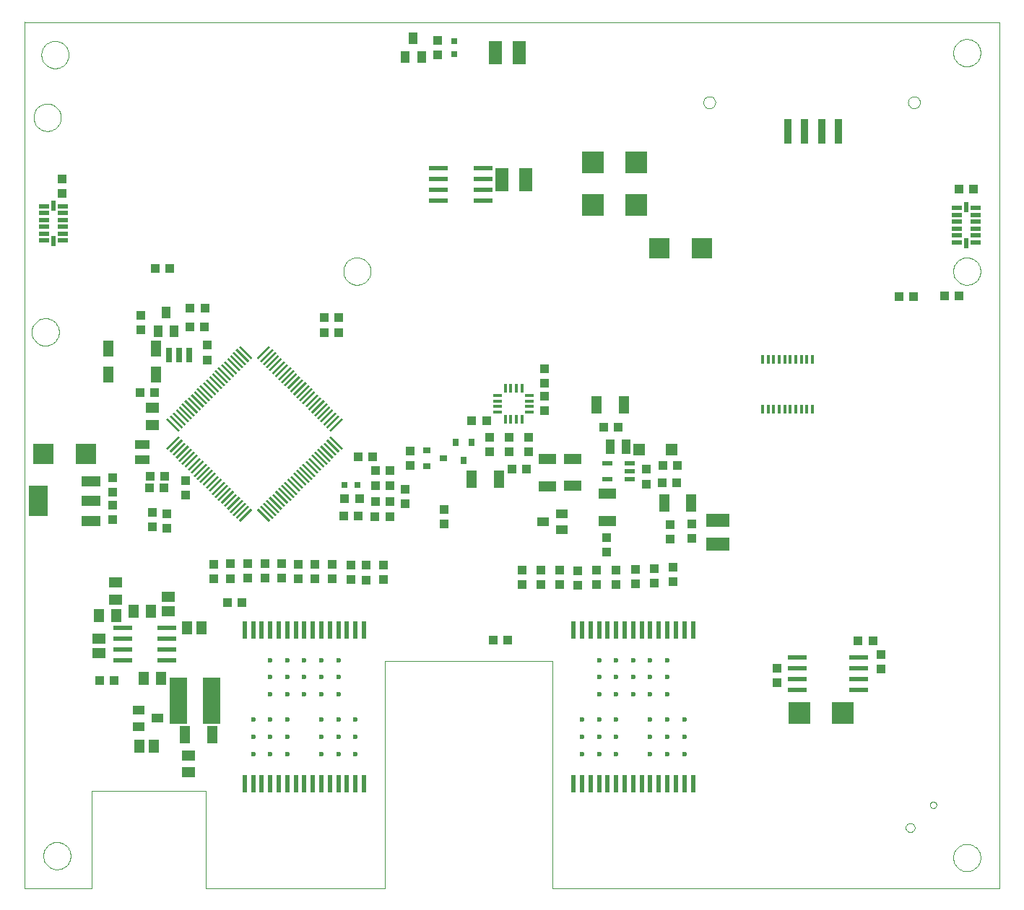
<source format=gbp>
G75*
G70*
%OFA0B0*%
%FSLAX24Y24*%
%IPPOS*%
%LPD*%
%AMOC8*
5,1,8,0,0,1.08239X$1,22.5*
%
%ADD10C,0.0008*%
%ADD11C,0.0000*%
%ADD12R,0.0866X0.0236*%
%ADD13R,0.0512X0.0630*%
%ADD14R,0.0630X0.0512*%
%ADD15R,0.0591X0.0512*%
%ADD16R,0.0512X0.0591*%
%ADD17R,0.0846X0.2165*%
%ADD18R,0.0551X0.0394*%
%ADD19C,0.0236*%
%ADD20R,0.0200X0.0787*%
%ADD21R,0.0197X0.0787*%
%ADD22R,0.0394X0.0433*%
%ADD23R,0.0354X0.1181*%
%ADD24R,0.0630X0.1063*%
%ADD25R,0.0433X0.0394*%
%ADD26R,0.0098X0.0787*%
%ADD27R,0.0787X0.0098*%
%ADD28R,0.0701X0.0402*%
%ADD29R,0.0945X0.0945*%
%ADD30R,0.1063X0.0630*%
%ADD31R,0.0394X0.0551*%
%ADD32R,0.0500X0.0740*%
%ADD33R,0.0315X0.0315*%
%ADD34R,0.0472X0.0217*%
%ADD35R,0.0787X0.0472*%
%ADD36R,0.0551X0.0551*%
%ADD37R,0.0402X0.0701*%
%ADD38R,0.0394X0.0157*%
%ADD39R,0.0157X0.0394*%
%ADD40R,0.0880X0.0480*%
%ADD41R,0.0866X0.1417*%
%ADD42R,0.0472X0.0787*%
%ADD43R,0.0354X0.0315*%
%ADD44R,0.0315X0.0354*%
%ADD45R,0.0276X0.0669*%
%ADD46R,0.0472X0.0197*%
%ADD47R,0.0197X0.0472*%
%ADD48R,0.1004X0.0984*%
%ADD49R,0.0120X0.0390*%
D10*
X000180Y000805D02*
X000180Y040805D01*
X029550Y040805D01*
X045180Y040805D01*
X045180Y040305D01*
X045172Y040675D02*
X045172Y000805D01*
X031912Y000805D01*
X031834Y000805D01*
X031519Y000805D01*
X024566Y000805D01*
X024566Y011305D01*
X016803Y011305D01*
X016803Y000805D01*
X009786Y000805D01*
X009708Y000805D01*
X008546Y000805D01*
X008546Y005305D01*
X003269Y005305D01*
X003269Y000805D01*
X000180Y000805D01*
X000180Y040805D02*
X000180Y040833D01*
D11*
X000962Y039305D02*
X000964Y039355D01*
X000970Y039405D01*
X000980Y039454D01*
X000994Y039502D01*
X001011Y039549D01*
X001032Y039594D01*
X001057Y039638D01*
X001085Y039679D01*
X001117Y039718D01*
X001151Y039755D01*
X001188Y039789D01*
X001228Y039819D01*
X001270Y039846D01*
X001314Y039870D01*
X001360Y039891D01*
X001407Y039907D01*
X001455Y039920D01*
X001505Y039929D01*
X001554Y039934D01*
X001605Y039935D01*
X001655Y039932D01*
X001704Y039925D01*
X001753Y039914D01*
X001801Y039899D01*
X001847Y039881D01*
X001892Y039859D01*
X001935Y039833D01*
X001976Y039804D01*
X002015Y039772D01*
X002051Y039737D01*
X002083Y039699D01*
X002113Y039659D01*
X002140Y039616D01*
X002163Y039572D01*
X002182Y039526D01*
X002198Y039478D01*
X002210Y039429D01*
X002218Y039380D01*
X002222Y039330D01*
X002222Y039280D01*
X002218Y039230D01*
X002210Y039181D01*
X002198Y039132D01*
X002182Y039084D01*
X002163Y039038D01*
X002140Y038994D01*
X002113Y038951D01*
X002083Y038911D01*
X002051Y038873D01*
X002015Y038838D01*
X001976Y038806D01*
X001935Y038777D01*
X001892Y038751D01*
X001847Y038729D01*
X001801Y038711D01*
X001753Y038696D01*
X001704Y038685D01*
X001655Y038678D01*
X001605Y038675D01*
X001554Y038676D01*
X001505Y038681D01*
X001455Y038690D01*
X001407Y038703D01*
X001360Y038719D01*
X001314Y038740D01*
X001270Y038764D01*
X001228Y038791D01*
X001188Y038821D01*
X001151Y038855D01*
X001117Y038892D01*
X001085Y038931D01*
X001057Y038972D01*
X001032Y039016D01*
X001011Y039061D01*
X000994Y039108D01*
X000980Y039156D01*
X000970Y039205D01*
X000964Y039255D01*
X000962Y039305D01*
X000602Y036410D02*
X000604Y036460D01*
X000610Y036510D01*
X000620Y036559D01*
X000634Y036607D01*
X000651Y036654D01*
X000672Y036699D01*
X000697Y036743D01*
X000725Y036784D01*
X000757Y036823D01*
X000791Y036860D01*
X000828Y036894D01*
X000868Y036924D01*
X000910Y036951D01*
X000954Y036975D01*
X001000Y036996D01*
X001047Y037012D01*
X001095Y037025D01*
X001145Y037034D01*
X001194Y037039D01*
X001245Y037040D01*
X001295Y037037D01*
X001344Y037030D01*
X001393Y037019D01*
X001441Y037004D01*
X001487Y036986D01*
X001532Y036964D01*
X001575Y036938D01*
X001616Y036909D01*
X001655Y036877D01*
X001691Y036842D01*
X001723Y036804D01*
X001753Y036764D01*
X001780Y036721D01*
X001803Y036677D01*
X001822Y036631D01*
X001838Y036583D01*
X001850Y036534D01*
X001858Y036485D01*
X001862Y036435D01*
X001862Y036385D01*
X001858Y036335D01*
X001850Y036286D01*
X001838Y036237D01*
X001822Y036189D01*
X001803Y036143D01*
X001780Y036099D01*
X001753Y036056D01*
X001723Y036016D01*
X001691Y035978D01*
X001655Y035943D01*
X001616Y035911D01*
X001575Y035882D01*
X001532Y035856D01*
X001487Y035834D01*
X001441Y035816D01*
X001393Y035801D01*
X001344Y035790D01*
X001295Y035783D01*
X001245Y035780D01*
X001194Y035781D01*
X001145Y035786D01*
X001095Y035795D01*
X001047Y035808D01*
X001000Y035824D01*
X000954Y035845D01*
X000910Y035869D01*
X000868Y035896D01*
X000828Y035926D01*
X000791Y035960D01*
X000757Y035997D01*
X000725Y036036D01*
X000697Y036077D01*
X000672Y036121D01*
X000651Y036166D01*
X000634Y036213D01*
X000620Y036261D01*
X000610Y036310D01*
X000604Y036360D01*
X000602Y036410D01*
X000515Y026498D02*
X000517Y026548D01*
X000523Y026598D01*
X000533Y026647D01*
X000547Y026695D01*
X000564Y026742D01*
X000585Y026787D01*
X000610Y026831D01*
X000638Y026872D01*
X000670Y026911D01*
X000704Y026948D01*
X000741Y026982D01*
X000781Y027012D01*
X000823Y027039D01*
X000867Y027063D01*
X000913Y027084D01*
X000960Y027100D01*
X001008Y027113D01*
X001058Y027122D01*
X001107Y027127D01*
X001158Y027128D01*
X001208Y027125D01*
X001257Y027118D01*
X001306Y027107D01*
X001354Y027092D01*
X001400Y027074D01*
X001445Y027052D01*
X001488Y027026D01*
X001529Y026997D01*
X001568Y026965D01*
X001604Y026930D01*
X001636Y026892D01*
X001666Y026852D01*
X001693Y026809D01*
X001716Y026765D01*
X001735Y026719D01*
X001751Y026671D01*
X001763Y026622D01*
X001771Y026573D01*
X001775Y026523D01*
X001775Y026473D01*
X001771Y026423D01*
X001763Y026374D01*
X001751Y026325D01*
X001735Y026277D01*
X001716Y026231D01*
X001693Y026187D01*
X001666Y026144D01*
X001636Y026104D01*
X001604Y026066D01*
X001568Y026031D01*
X001529Y025999D01*
X001488Y025970D01*
X001445Y025944D01*
X001400Y025922D01*
X001354Y025904D01*
X001306Y025889D01*
X001257Y025878D01*
X001208Y025871D01*
X001158Y025868D01*
X001107Y025869D01*
X001058Y025874D01*
X001008Y025883D01*
X000960Y025896D01*
X000913Y025912D01*
X000867Y025933D01*
X000823Y025957D01*
X000781Y025984D01*
X000741Y026014D01*
X000704Y026048D01*
X000670Y026085D01*
X000638Y026124D01*
X000610Y026165D01*
X000585Y026209D01*
X000564Y026254D01*
X000547Y026301D01*
X000533Y026349D01*
X000523Y026398D01*
X000517Y026448D01*
X000515Y026498D01*
X014901Y029305D02*
X014903Y029355D01*
X014909Y029405D01*
X014919Y029454D01*
X014933Y029502D01*
X014950Y029549D01*
X014971Y029594D01*
X014996Y029638D01*
X015024Y029679D01*
X015056Y029718D01*
X015090Y029755D01*
X015127Y029789D01*
X015167Y029819D01*
X015209Y029846D01*
X015253Y029870D01*
X015299Y029891D01*
X015346Y029907D01*
X015394Y029920D01*
X015444Y029929D01*
X015493Y029934D01*
X015544Y029935D01*
X015594Y029932D01*
X015643Y029925D01*
X015692Y029914D01*
X015740Y029899D01*
X015786Y029881D01*
X015831Y029859D01*
X015874Y029833D01*
X015915Y029804D01*
X015954Y029772D01*
X015990Y029737D01*
X016022Y029699D01*
X016052Y029659D01*
X016079Y029616D01*
X016102Y029572D01*
X016121Y029526D01*
X016137Y029478D01*
X016149Y029429D01*
X016157Y029380D01*
X016161Y029330D01*
X016161Y029280D01*
X016157Y029230D01*
X016149Y029181D01*
X016137Y029132D01*
X016121Y029084D01*
X016102Y029038D01*
X016079Y028994D01*
X016052Y028951D01*
X016022Y028911D01*
X015990Y028873D01*
X015954Y028838D01*
X015915Y028806D01*
X015874Y028777D01*
X015831Y028751D01*
X015786Y028729D01*
X015740Y028711D01*
X015692Y028696D01*
X015643Y028685D01*
X015594Y028678D01*
X015544Y028675D01*
X015493Y028676D01*
X015444Y028681D01*
X015394Y028690D01*
X015346Y028703D01*
X015299Y028719D01*
X015253Y028740D01*
X015209Y028764D01*
X015167Y028791D01*
X015127Y028821D01*
X015090Y028855D01*
X015056Y028892D01*
X015024Y028931D01*
X014996Y028972D01*
X014971Y029016D01*
X014950Y029061D01*
X014933Y029108D01*
X014919Y029156D01*
X014909Y029205D01*
X014903Y029255D01*
X014901Y029305D01*
X031518Y037104D02*
X031520Y037137D01*
X031526Y037169D01*
X031535Y037200D01*
X031548Y037230D01*
X031565Y037258D01*
X031585Y037284D01*
X031608Y037308D01*
X031633Y037328D01*
X031661Y037346D01*
X031690Y037360D01*
X031721Y037370D01*
X031753Y037377D01*
X031786Y037380D01*
X031819Y037379D01*
X031851Y037374D01*
X031882Y037365D01*
X031913Y037353D01*
X031941Y037337D01*
X031968Y037318D01*
X031992Y037296D01*
X032013Y037271D01*
X032032Y037244D01*
X032047Y037215D01*
X032058Y037185D01*
X032066Y037153D01*
X032070Y037120D01*
X032070Y037088D01*
X032066Y037055D01*
X032058Y037023D01*
X032047Y036993D01*
X032032Y036964D01*
X032013Y036937D01*
X031992Y036912D01*
X031968Y036890D01*
X031941Y036871D01*
X031913Y036855D01*
X031882Y036843D01*
X031851Y036834D01*
X031819Y036829D01*
X031786Y036828D01*
X031753Y036831D01*
X031721Y036838D01*
X031690Y036848D01*
X031661Y036862D01*
X031633Y036880D01*
X031608Y036900D01*
X031585Y036924D01*
X031565Y036950D01*
X031548Y036978D01*
X031535Y037008D01*
X031526Y037039D01*
X031520Y037071D01*
X031518Y037104D01*
X040967Y037104D02*
X040969Y037137D01*
X040975Y037169D01*
X040984Y037200D01*
X040997Y037230D01*
X041014Y037258D01*
X041034Y037284D01*
X041057Y037308D01*
X041082Y037328D01*
X041110Y037346D01*
X041139Y037360D01*
X041170Y037370D01*
X041202Y037377D01*
X041235Y037380D01*
X041268Y037379D01*
X041300Y037374D01*
X041331Y037365D01*
X041362Y037353D01*
X041390Y037337D01*
X041417Y037318D01*
X041441Y037296D01*
X041462Y037271D01*
X041481Y037244D01*
X041496Y037215D01*
X041507Y037185D01*
X041515Y037153D01*
X041519Y037120D01*
X041519Y037088D01*
X041515Y037055D01*
X041507Y037023D01*
X041496Y036993D01*
X041481Y036964D01*
X041462Y036937D01*
X041441Y036912D01*
X041417Y036890D01*
X041390Y036871D01*
X041362Y036855D01*
X041331Y036843D01*
X041300Y036834D01*
X041268Y036829D01*
X041235Y036828D01*
X041202Y036831D01*
X041170Y036838D01*
X041139Y036848D01*
X041110Y036862D01*
X041082Y036880D01*
X041057Y036900D01*
X041034Y036924D01*
X041014Y036950D01*
X040997Y036978D01*
X040984Y037008D01*
X040975Y037039D01*
X040969Y037071D01*
X040967Y037104D01*
X043050Y039393D02*
X043052Y039443D01*
X043058Y039493D01*
X043068Y039542D01*
X043082Y039590D01*
X043099Y039637D01*
X043120Y039682D01*
X043145Y039726D01*
X043173Y039767D01*
X043205Y039806D01*
X043239Y039843D01*
X043276Y039877D01*
X043316Y039907D01*
X043358Y039934D01*
X043402Y039958D01*
X043448Y039979D01*
X043495Y039995D01*
X043543Y040008D01*
X043593Y040017D01*
X043642Y040022D01*
X043693Y040023D01*
X043743Y040020D01*
X043792Y040013D01*
X043841Y040002D01*
X043889Y039987D01*
X043935Y039969D01*
X043980Y039947D01*
X044023Y039921D01*
X044064Y039892D01*
X044103Y039860D01*
X044139Y039825D01*
X044171Y039787D01*
X044201Y039747D01*
X044228Y039704D01*
X044251Y039660D01*
X044270Y039614D01*
X044286Y039566D01*
X044298Y039517D01*
X044306Y039468D01*
X044310Y039418D01*
X044310Y039368D01*
X044306Y039318D01*
X044298Y039269D01*
X044286Y039220D01*
X044270Y039172D01*
X044251Y039126D01*
X044228Y039082D01*
X044201Y039039D01*
X044171Y038999D01*
X044139Y038961D01*
X044103Y038926D01*
X044064Y038894D01*
X044023Y038865D01*
X043980Y038839D01*
X043935Y038817D01*
X043889Y038799D01*
X043841Y038784D01*
X043792Y038773D01*
X043743Y038766D01*
X043693Y038763D01*
X043642Y038764D01*
X043593Y038769D01*
X043543Y038778D01*
X043495Y038791D01*
X043448Y038807D01*
X043402Y038828D01*
X043358Y038852D01*
X043316Y038879D01*
X043276Y038909D01*
X043239Y038943D01*
X043205Y038980D01*
X043173Y039019D01*
X043145Y039060D01*
X043120Y039104D01*
X043099Y039149D01*
X043082Y039196D01*
X043068Y039244D01*
X043058Y039293D01*
X043052Y039343D01*
X043050Y039393D01*
X043050Y029305D02*
X043052Y029355D01*
X043058Y029405D01*
X043068Y029454D01*
X043082Y029502D01*
X043099Y029549D01*
X043120Y029594D01*
X043145Y029638D01*
X043173Y029679D01*
X043205Y029718D01*
X043239Y029755D01*
X043276Y029789D01*
X043316Y029819D01*
X043358Y029846D01*
X043402Y029870D01*
X043448Y029891D01*
X043495Y029907D01*
X043543Y029920D01*
X043593Y029929D01*
X043642Y029934D01*
X043693Y029935D01*
X043743Y029932D01*
X043792Y029925D01*
X043841Y029914D01*
X043889Y029899D01*
X043935Y029881D01*
X043980Y029859D01*
X044023Y029833D01*
X044064Y029804D01*
X044103Y029772D01*
X044139Y029737D01*
X044171Y029699D01*
X044201Y029659D01*
X044228Y029616D01*
X044251Y029572D01*
X044270Y029526D01*
X044286Y029478D01*
X044298Y029429D01*
X044306Y029380D01*
X044310Y029330D01*
X044310Y029280D01*
X044306Y029230D01*
X044298Y029181D01*
X044286Y029132D01*
X044270Y029084D01*
X044251Y029038D01*
X044228Y028994D01*
X044201Y028951D01*
X044171Y028911D01*
X044139Y028873D01*
X044103Y028838D01*
X044064Y028806D01*
X044023Y028777D01*
X043980Y028751D01*
X043935Y028729D01*
X043889Y028711D01*
X043841Y028696D01*
X043792Y028685D01*
X043743Y028678D01*
X043693Y028675D01*
X043642Y028676D01*
X043593Y028681D01*
X043543Y028690D01*
X043495Y028703D01*
X043448Y028719D01*
X043402Y028740D01*
X043358Y028764D01*
X043316Y028791D01*
X043276Y028821D01*
X043239Y028855D01*
X043205Y028892D01*
X043173Y028931D01*
X043145Y028972D01*
X043120Y029016D01*
X043099Y029061D01*
X043082Y029108D01*
X043068Y029156D01*
X043058Y029205D01*
X043052Y029255D01*
X043050Y029305D01*
X041977Y004654D02*
X041979Y004678D01*
X041985Y004701D01*
X041994Y004723D01*
X042007Y004743D01*
X042022Y004761D01*
X042041Y004776D01*
X042062Y004788D01*
X042084Y004796D01*
X042107Y004801D01*
X042131Y004802D01*
X042155Y004799D01*
X042177Y004792D01*
X042199Y004782D01*
X042219Y004769D01*
X042236Y004752D01*
X042250Y004733D01*
X042261Y004712D01*
X042269Y004689D01*
X042273Y004666D01*
X042273Y004642D01*
X042269Y004619D01*
X042261Y004596D01*
X042250Y004575D01*
X042236Y004556D01*
X042219Y004539D01*
X042199Y004526D01*
X042177Y004516D01*
X042155Y004509D01*
X042131Y004506D01*
X042107Y004507D01*
X042084Y004512D01*
X042062Y004520D01*
X042041Y004532D01*
X042022Y004547D01*
X042007Y004565D01*
X041994Y004585D01*
X041985Y004607D01*
X041979Y004630D01*
X041977Y004654D01*
X040858Y003602D02*
X040860Y003630D01*
X040866Y003658D01*
X040875Y003684D01*
X040888Y003710D01*
X040904Y003733D01*
X040924Y003753D01*
X040946Y003771D01*
X040970Y003786D01*
X040996Y003797D01*
X041023Y003805D01*
X041051Y003809D01*
X041079Y003809D01*
X041107Y003805D01*
X041134Y003797D01*
X041160Y003786D01*
X041184Y003771D01*
X041206Y003753D01*
X041226Y003733D01*
X041242Y003710D01*
X041255Y003684D01*
X041264Y003658D01*
X041270Y003630D01*
X041272Y003602D01*
X041270Y003574D01*
X041264Y003546D01*
X041255Y003520D01*
X041242Y003494D01*
X041226Y003471D01*
X041206Y003451D01*
X041184Y003433D01*
X041160Y003418D01*
X041134Y003407D01*
X041107Y003399D01*
X041079Y003395D01*
X041051Y003395D01*
X041023Y003399D01*
X040996Y003407D01*
X040970Y003418D01*
X040946Y003433D01*
X040924Y003451D01*
X040904Y003471D01*
X040888Y003494D01*
X040875Y003520D01*
X040866Y003546D01*
X040860Y003574D01*
X040858Y003602D01*
X043050Y002217D02*
X043052Y002267D01*
X043058Y002317D01*
X043068Y002366D01*
X043082Y002414D01*
X043099Y002461D01*
X043120Y002506D01*
X043145Y002550D01*
X043173Y002591D01*
X043205Y002630D01*
X043239Y002667D01*
X043276Y002701D01*
X043316Y002731D01*
X043358Y002758D01*
X043402Y002782D01*
X043448Y002803D01*
X043495Y002819D01*
X043543Y002832D01*
X043593Y002841D01*
X043642Y002846D01*
X043693Y002847D01*
X043743Y002844D01*
X043792Y002837D01*
X043841Y002826D01*
X043889Y002811D01*
X043935Y002793D01*
X043980Y002771D01*
X044023Y002745D01*
X044064Y002716D01*
X044103Y002684D01*
X044139Y002649D01*
X044171Y002611D01*
X044201Y002571D01*
X044228Y002528D01*
X044251Y002484D01*
X044270Y002438D01*
X044286Y002390D01*
X044298Y002341D01*
X044306Y002292D01*
X044310Y002242D01*
X044310Y002192D01*
X044306Y002142D01*
X044298Y002093D01*
X044286Y002044D01*
X044270Y001996D01*
X044251Y001950D01*
X044228Y001906D01*
X044201Y001863D01*
X044171Y001823D01*
X044139Y001785D01*
X044103Y001750D01*
X044064Y001718D01*
X044023Y001689D01*
X043980Y001663D01*
X043935Y001641D01*
X043889Y001623D01*
X043841Y001608D01*
X043792Y001597D01*
X043743Y001590D01*
X043693Y001587D01*
X043642Y001588D01*
X043593Y001593D01*
X043543Y001602D01*
X043495Y001615D01*
X043448Y001631D01*
X043402Y001652D01*
X043358Y001676D01*
X043316Y001703D01*
X043276Y001733D01*
X043239Y001767D01*
X043205Y001804D01*
X043173Y001843D01*
X043145Y001884D01*
X043120Y001928D01*
X043099Y001973D01*
X043082Y002020D01*
X043068Y002068D01*
X043058Y002117D01*
X043052Y002167D01*
X043050Y002217D01*
X001050Y002305D02*
X001052Y002355D01*
X001058Y002405D01*
X001068Y002454D01*
X001082Y002502D01*
X001099Y002549D01*
X001120Y002594D01*
X001145Y002638D01*
X001173Y002679D01*
X001205Y002718D01*
X001239Y002755D01*
X001276Y002789D01*
X001316Y002819D01*
X001358Y002846D01*
X001402Y002870D01*
X001448Y002891D01*
X001495Y002907D01*
X001543Y002920D01*
X001593Y002929D01*
X001642Y002934D01*
X001693Y002935D01*
X001743Y002932D01*
X001792Y002925D01*
X001841Y002914D01*
X001889Y002899D01*
X001935Y002881D01*
X001980Y002859D01*
X002023Y002833D01*
X002064Y002804D01*
X002103Y002772D01*
X002139Y002737D01*
X002171Y002699D01*
X002201Y002659D01*
X002228Y002616D01*
X002251Y002572D01*
X002270Y002526D01*
X002286Y002478D01*
X002298Y002429D01*
X002306Y002380D01*
X002310Y002330D01*
X002310Y002280D01*
X002306Y002230D01*
X002298Y002181D01*
X002286Y002132D01*
X002270Y002084D01*
X002251Y002038D01*
X002228Y001994D01*
X002201Y001951D01*
X002171Y001911D01*
X002139Y001873D01*
X002103Y001838D01*
X002064Y001806D01*
X002023Y001777D01*
X001980Y001751D01*
X001935Y001729D01*
X001889Y001711D01*
X001841Y001696D01*
X001792Y001685D01*
X001743Y001678D01*
X001693Y001675D01*
X001642Y001676D01*
X001593Y001681D01*
X001543Y001690D01*
X001495Y001703D01*
X001448Y001719D01*
X001402Y001740D01*
X001358Y001764D01*
X001316Y001791D01*
X001276Y001821D01*
X001239Y001855D01*
X001205Y001892D01*
X001173Y001931D01*
X001145Y001972D01*
X001120Y002016D01*
X001099Y002061D01*
X001082Y002108D01*
X001068Y002156D01*
X001058Y002205D01*
X001052Y002255D01*
X001050Y002305D01*
D12*
X004711Y011342D03*
X004711Y011842D03*
X004711Y012342D03*
X004711Y012842D03*
X006759Y012842D03*
X006759Y012342D03*
X006759Y011842D03*
X006759Y011342D03*
X019290Y032579D03*
X019290Y033079D03*
X019290Y033579D03*
X019290Y034079D03*
X021337Y034079D03*
X021337Y033579D03*
X021337Y033079D03*
X021337Y032579D03*
X035849Y011476D03*
X035849Y010976D03*
X035849Y010476D03*
X035849Y009976D03*
X038674Y009976D03*
X038674Y010476D03*
X038674Y010976D03*
X038674Y011476D03*
D13*
X006473Y010514D03*
X005686Y010514D03*
X004406Y013414D03*
X003618Y013414D03*
X005232Y013612D03*
X006020Y013612D03*
D14*
X004400Y014139D03*
X004400Y014927D03*
X006070Y022205D03*
X006070Y022992D03*
D15*
X006821Y014281D03*
X006821Y013611D03*
X003614Y012347D03*
X003614Y011678D03*
X007739Y006927D03*
X007739Y006179D03*
D16*
X006149Y007352D03*
X005479Y007352D03*
X007695Y012848D03*
X008364Y012848D03*
D17*
X008802Y009474D03*
X007290Y009474D03*
D18*
X006309Y008654D03*
X005443Y008280D03*
X005443Y009028D03*
X024104Y017738D03*
X024970Y017364D03*
X024970Y018112D03*
D19*
X026705Y011341D03*
X026705Y010554D03*
X027492Y010554D03*
X027492Y011341D03*
X028279Y011341D03*
X028279Y010554D03*
X028279Y009766D03*
X027492Y009766D03*
X026705Y009766D03*
X026705Y008585D03*
X027492Y008585D03*
X027492Y007798D03*
X027492Y007011D03*
X026705Y007011D03*
X026705Y007798D03*
X025917Y007798D03*
X025917Y007011D03*
X025917Y008585D03*
X029067Y008585D03*
X029067Y007798D03*
X029067Y007011D03*
X029854Y007011D03*
X029854Y007798D03*
X030642Y007798D03*
X030642Y007011D03*
X030642Y008585D03*
X029854Y008585D03*
X029854Y009766D03*
X029067Y009766D03*
X029067Y010554D03*
X029067Y011341D03*
X029854Y011341D03*
X029854Y010554D03*
X015459Y008590D03*
X014672Y008590D03*
X013884Y008590D03*
X013884Y007802D03*
X013884Y007015D03*
X014672Y007015D03*
X014672Y007802D03*
X015459Y007802D03*
X015459Y007015D03*
X014672Y009771D03*
X014672Y010558D03*
X014672Y011346D03*
X013884Y011346D03*
X013097Y011346D03*
X013097Y010558D03*
X013884Y010558D03*
X013884Y009771D03*
X013097Y009771D03*
X012310Y009771D03*
X012310Y010558D03*
X012310Y011346D03*
X011522Y011346D03*
X011522Y010558D03*
X011522Y009771D03*
X011522Y008590D03*
X010735Y008590D03*
X010735Y007802D03*
X011522Y007802D03*
X011522Y007015D03*
X010735Y007015D03*
X012310Y007015D03*
X012310Y007802D03*
X012310Y008590D03*
D20*
X012703Y005637D03*
X011916Y005637D03*
X011522Y005637D03*
X011128Y005637D03*
X010735Y005637D03*
X013491Y005637D03*
X014278Y005637D03*
X014672Y005637D03*
X015065Y005637D03*
X015459Y005637D03*
X015459Y012723D03*
X014672Y012723D03*
X014278Y012723D03*
X013884Y012723D03*
X013491Y012723D03*
X013097Y012723D03*
X012703Y012723D03*
X012310Y012723D03*
X011916Y012723D03*
X011522Y012723D03*
X010735Y012723D03*
X025917Y012719D03*
X026705Y012719D03*
X027098Y012719D03*
X027492Y012719D03*
X027886Y012719D03*
X028279Y012719D03*
X028673Y012719D03*
X029067Y012719D03*
X029461Y012719D03*
X029854Y012719D03*
X030642Y012719D03*
X030642Y005633D03*
X030248Y005633D03*
X029854Y005633D03*
X029461Y005633D03*
X028673Y005633D03*
X027886Y005633D03*
X027098Y005633D03*
X026705Y005633D03*
X026311Y005633D03*
X025917Y005633D03*
D21*
X025524Y005635D03*
X027492Y005635D03*
X028279Y005635D03*
X029067Y005635D03*
X031035Y005635D03*
X031035Y012717D03*
X030248Y012717D03*
X026311Y012717D03*
X025524Y012717D03*
X015853Y012721D03*
X015065Y012721D03*
X011128Y012721D03*
X010341Y012721D03*
X010341Y005639D03*
X012310Y005639D03*
X013097Y005639D03*
X013884Y005639D03*
X015853Y005639D03*
D22*
X010205Y013987D03*
X009536Y013987D03*
X009694Y015116D03*
X008911Y015113D03*
X008911Y015782D03*
X009694Y015785D03*
X010481Y015788D03*
X010481Y015119D03*
X011276Y015118D03*
X012064Y015123D03*
X012064Y015792D03*
X011276Y015787D03*
X012817Y015783D03*
X012817Y015114D03*
X013595Y015098D03*
X014392Y015098D03*
X014392Y015768D03*
X013595Y015767D03*
X015252Y015741D03*
X015252Y015072D03*
X015938Y015048D03*
X015938Y015717D03*
X016755Y015729D03*
X016755Y015059D03*
X019541Y017643D03*
X019541Y018312D03*
X017738Y018571D03*
X017738Y019241D03*
X017987Y020326D03*
X017987Y020996D03*
X021645Y020969D03*
X021645Y021638D03*
X022563Y021626D03*
X022563Y020957D03*
X023435Y020963D03*
X023435Y021633D03*
X024199Y022877D03*
X024199Y023546D03*
X024191Y024139D03*
X024191Y024809D03*
X028876Y020150D03*
X028876Y019481D03*
X029975Y017606D03*
X029975Y016936D03*
X030981Y016952D03*
X030981Y017621D03*
X030129Y015623D03*
X030129Y014954D03*
X029249Y014905D03*
X029249Y015575D03*
X028375Y015538D03*
X028375Y014869D03*
X027487Y014829D03*
X027487Y015499D03*
X026588Y015488D03*
X026588Y014819D03*
X025733Y014796D03*
X025733Y015465D03*
X024874Y015488D03*
X024874Y014818D03*
X024018Y014833D03*
X024018Y015503D03*
X023164Y015500D03*
X023164Y014831D03*
X027042Y016317D03*
X027042Y016987D03*
X034904Y010982D03*
X034904Y010313D03*
X039708Y010943D03*
X039708Y011612D03*
X040554Y028128D03*
X041223Y028128D03*
X042661Y028151D03*
X043330Y028151D03*
X019235Y039289D03*
X019235Y039959D03*
X006873Y029446D03*
X006204Y029446D03*
X001912Y032911D03*
X001912Y033581D03*
X005518Y023711D03*
X006188Y023711D03*
X004242Y019780D03*
X004242Y019111D03*
X004257Y018489D03*
X004257Y017820D03*
X006088Y017496D03*
X006088Y018165D03*
X007622Y018976D03*
X007622Y019645D03*
X014019Y026474D03*
X014688Y026474D03*
X014688Y027183D03*
X014019Y027183D03*
D23*
X035402Y035770D03*
X036190Y035770D03*
X036977Y035770D03*
X037765Y035770D03*
D24*
X023333Y033534D03*
X022230Y033534D03*
X021912Y039388D03*
X023015Y039388D03*
D25*
X008502Y027599D03*
X007833Y027599D03*
X007822Y026738D03*
X008491Y026738D03*
X008603Y025886D03*
X008603Y025216D03*
X005558Y026612D03*
X005558Y027281D03*
X005995Y019840D03*
X005963Y019308D03*
X006632Y019308D03*
X006664Y019840D03*
X006734Y018102D03*
X006734Y017433D03*
X004324Y010409D03*
X003655Y010409D03*
X014929Y017987D03*
X015598Y017987D03*
X015635Y018799D03*
X014966Y018799D03*
X016381Y018679D03*
X017050Y018679D03*
X017036Y017961D03*
X016367Y017961D03*
X016381Y019388D03*
X017050Y019388D03*
X017059Y020106D03*
X016390Y020106D03*
X016263Y020726D03*
X015593Y020726D03*
X020831Y022390D03*
X021501Y022390D03*
X022676Y020174D03*
X023345Y020174D03*
X026917Y022095D03*
X027586Y022095D03*
X029646Y020326D03*
X030315Y020326D03*
X030297Y019538D03*
X029628Y019538D03*
X022487Y012282D03*
X021818Y012282D03*
X038664Y012222D03*
X039334Y012222D03*
X043310Y033089D03*
X043979Y033089D03*
D26*
G36*
X014872Y021136D02*
X014803Y021067D01*
X014248Y021622D01*
X014317Y021691D01*
X014872Y021136D01*
G37*
G36*
X014732Y020996D02*
X014663Y020927D01*
X014108Y021482D01*
X014177Y021551D01*
X014732Y020996D01*
G37*
G36*
X014593Y020857D02*
X014524Y020788D01*
X013969Y021343D01*
X014038Y021412D01*
X014593Y020857D01*
G37*
G36*
X014454Y020718D02*
X014385Y020649D01*
X013830Y021204D01*
X013899Y021273D01*
X014454Y020718D01*
G37*
G36*
X014315Y020579D02*
X014246Y020510D01*
X013691Y021065D01*
X013760Y021134D01*
X014315Y020579D01*
G37*
G36*
X014176Y020440D02*
X014107Y020371D01*
X013552Y020926D01*
X013621Y020995D01*
X014176Y020440D01*
G37*
G36*
X014036Y020301D02*
X013967Y020232D01*
X013412Y020787D01*
X013481Y020856D01*
X014036Y020301D01*
G37*
G36*
X013897Y020161D02*
X013828Y020092D01*
X013273Y020647D01*
X013342Y020716D01*
X013897Y020161D01*
G37*
G36*
X013758Y020022D02*
X013689Y019953D01*
X013134Y020508D01*
X013203Y020577D01*
X013758Y020022D01*
G37*
G36*
X013619Y019883D02*
X013550Y019814D01*
X012995Y020369D01*
X013064Y020438D01*
X013619Y019883D01*
G37*
G36*
X013480Y019744D02*
X013411Y019675D01*
X012856Y020230D01*
X012925Y020299D01*
X013480Y019744D01*
G37*
G36*
X013340Y019605D02*
X013271Y019536D01*
X012716Y020091D01*
X012785Y020160D01*
X013340Y019605D01*
G37*
G36*
X013201Y019465D02*
X013132Y019396D01*
X012577Y019951D01*
X012646Y020020D01*
X013201Y019465D01*
G37*
G36*
X013062Y019326D02*
X012993Y019257D01*
X012438Y019812D01*
X012507Y019881D01*
X013062Y019326D01*
G37*
G36*
X012923Y019187D02*
X012854Y019118D01*
X012299Y019673D01*
X012368Y019742D01*
X012923Y019187D01*
G37*
G36*
X012784Y019048D02*
X012715Y018979D01*
X012160Y019534D01*
X012229Y019603D01*
X012784Y019048D01*
G37*
G36*
X012644Y018909D02*
X012575Y018840D01*
X012020Y019395D01*
X012089Y019464D01*
X012644Y018909D01*
G37*
G36*
X012505Y018769D02*
X012436Y018700D01*
X011881Y019255D01*
X011950Y019324D01*
X012505Y018769D01*
G37*
G36*
X012366Y018630D02*
X012297Y018561D01*
X011742Y019116D01*
X011811Y019185D01*
X012366Y018630D01*
G37*
G36*
X012227Y018491D02*
X012158Y018422D01*
X011603Y018977D01*
X011672Y019046D01*
X012227Y018491D01*
G37*
G36*
X012088Y018352D02*
X012019Y018283D01*
X011464Y018838D01*
X011533Y018907D01*
X012088Y018352D01*
G37*
G36*
X011948Y018213D02*
X011879Y018144D01*
X011324Y018699D01*
X011393Y018768D01*
X011948Y018213D01*
G37*
G36*
X011809Y018073D02*
X011740Y018004D01*
X011185Y018559D01*
X011254Y018628D01*
X011809Y018073D01*
G37*
G36*
X011670Y017934D02*
X011601Y017865D01*
X011046Y018420D01*
X011115Y018489D01*
X011670Y017934D01*
G37*
G36*
X011531Y017795D02*
X011462Y017726D01*
X010907Y018281D01*
X010976Y018350D01*
X011531Y017795D01*
G37*
G36*
X007355Y021971D02*
X007286Y021902D01*
X006731Y022457D01*
X006800Y022526D01*
X007355Y021971D01*
G37*
G36*
X007494Y022110D02*
X007425Y022041D01*
X006870Y022596D01*
X006939Y022665D01*
X007494Y022110D01*
G37*
G36*
X007633Y022249D02*
X007564Y022180D01*
X007009Y022735D01*
X007078Y022804D01*
X007633Y022249D01*
G37*
G36*
X007773Y022388D02*
X007704Y022319D01*
X007149Y022874D01*
X007218Y022943D01*
X007773Y022388D01*
G37*
G36*
X007912Y022528D02*
X007843Y022459D01*
X007288Y023014D01*
X007357Y023083D01*
X007912Y022528D01*
G37*
G36*
X008051Y022667D02*
X007982Y022598D01*
X007427Y023153D01*
X007496Y023222D01*
X008051Y022667D01*
G37*
G36*
X008190Y022806D02*
X008121Y022737D01*
X007566Y023292D01*
X007635Y023361D01*
X008190Y022806D01*
G37*
G36*
X008329Y022945D02*
X008260Y022876D01*
X007705Y023431D01*
X007774Y023500D01*
X008329Y022945D01*
G37*
G36*
X008469Y023084D02*
X008400Y023015D01*
X007845Y023570D01*
X007914Y023639D01*
X008469Y023084D01*
G37*
G36*
X008608Y023224D02*
X008539Y023155D01*
X007984Y023710D01*
X008053Y023779D01*
X008608Y023224D01*
G37*
G36*
X008747Y023363D02*
X008678Y023294D01*
X008123Y023849D01*
X008192Y023918D01*
X008747Y023363D01*
G37*
G36*
X008886Y023502D02*
X008817Y023433D01*
X008262Y023988D01*
X008331Y024057D01*
X008886Y023502D01*
G37*
G36*
X009025Y023641D02*
X008956Y023572D01*
X008401Y024127D01*
X008470Y024196D01*
X009025Y023641D01*
G37*
G36*
X009165Y023780D02*
X009096Y023711D01*
X008541Y024266D01*
X008610Y024335D01*
X009165Y023780D01*
G37*
G36*
X009304Y023920D02*
X009235Y023851D01*
X008680Y024406D01*
X008749Y024475D01*
X009304Y023920D01*
G37*
G36*
X009443Y024059D02*
X009374Y023990D01*
X008819Y024545D01*
X008888Y024614D01*
X009443Y024059D01*
G37*
G36*
X009582Y024198D02*
X009513Y024129D01*
X008958Y024684D01*
X009027Y024753D01*
X009582Y024198D01*
G37*
G36*
X009721Y024337D02*
X009652Y024268D01*
X009097Y024823D01*
X009166Y024892D01*
X009721Y024337D01*
G37*
G36*
X009861Y024476D02*
X009792Y024407D01*
X009237Y024962D01*
X009306Y025031D01*
X009861Y024476D01*
G37*
G36*
X010000Y024616D02*
X009931Y024547D01*
X009376Y025102D01*
X009445Y025171D01*
X010000Y024616D01*
G37*
G36*
X010139Y024755D02*
X010070Y024686D01*
X009515Y025241D01*
X009584Y025310D01*
X010139Y024755D01*
G37*
G36*
X010278Y024894D02*
X010209Y024825D01*
X009654Y025380D01*
X009723Y025449D01*
X010278Y024894D01*
G37*
G36*
X010417Y025033D02*
X010348Y024964D01*
X009793Y025519D01*
X009862Y025588D01*
X010417Y025033D01*
G37*
G36*
X010556Y025172D02*
X010487Y025103D01*
X009932Y025658D01*
X010001Y025727D01*
X010556Y025172D01*
G37*
G36*
X010696Y025312D02*
X010627Y025243D01*
X010072Y025798D01*
X010141Y025867D01*
X010696Y025312D01*
G37*
D27*
G36*
X011531Y025798D02*
X010976Y025243D01*
X010907Y025312D01*
X011462Y025867D01*
X011531Y025798D01*
G37*
G36*
X011670Y025658D02*
X011115Y025103D01*
X011046Y025172D01*
X011601Y025727D01*
X011670Y025658D01*
G37*
G36*
X011809Y025519D02*
X011254Y024964D01*
X011185Y025033D01*
X011740Y025588D01*
X011809Y025519D01*
G37*
G36*
X011948Y025380D02*
X011393Y024825D01*
X011324Y024894D01*
X011879Y025449D01*
X011948Y025380D01*
G37*
G36*
X012088Y025241D02*
X011533Y024686D01*
X011464Y024755D01*
X012019Y025310D01*
X012088Y025241D01*
G37*
G36*
X012227Y025102D02*
X011672Y024547D01*
X011603Y024616D01*
X012158Y025171D01*
X012227Y025102D01*
G37*
G36*
X012366Y024962D02*
X011811Y024407D01*
X011742Y024476D01*
X012297Y025031D01*
X012366Y024962D01*
G37*
G36*
X012505Y024823D02*
X011950Y024268D01*
X011881Y024337D01*
X012436Y024892D01*
X012505Y024823D01*
G37*
G36*
X012644Y024684D02*
X012089Y024129D01*
X012020Y024198D01*
X012575Y024753D01*
X012644Y024684D01*
G37*
G36*
X012784Y024545D02*
X012229Y023990D01*
X012160Y024059D01*
X012715Y024614D01*
X012784Y024545D01*
G37*
G36*
X012923Y024406D02*
X012368Y023851D01*
X012299Y023920D01*
X012854Y024475D01*
X012923Y024406D01*
G37*
G36*
X013062Y024266D02*
X012507Y023711D01*
X012438Y023780D01*
X012993Y024335D01*
X013062Y024266D01*
G37*
G36*
X013201Y024127D02*
X012646Y023572D01*
X012577Y023641D01*
X013132Y024196D01*
X013201Y024127D01*
G37*
G36*
X013340Y023988D02*
X012785Y023433D01*
X012716Y023502D01*
X013271Y024057D01*
X013340Y023988D01*
G37*
G36*
X013480Y023849D02*
X012925Y023294D01*
X012856Y023363D01*
X013411Y023918D01*
X013480Y023849D01*
G37*
G36*
X013619Y023710D02*
X013064Y023155D01*
X012995Y023224D01*
X013550Y023779D01*
X013619Y023710D01*
G37*
G36*
X013758Y023570D02*
X013203Y023015D01*
X013134Y023084D01*
X013689Y023639D01*
X013758Y023570D01*
G37*
G36*
X013897Y023431D02*
X013342Y022876D01*
X013273Y022945D01*
X013828Y023500D01*
X013897Y023431D01*
G37*
G36*
X014036Y023292D02*
X013481Y022737D01*
X013412Y022806D01*
X013967Y023361D01*
X014036Y023292D01*
G37*
G36*
X014176Y023153D02*
X013621Y022598D01*
X013552Y022667D01*
X014107Y023222D01*
X014176Y023153D01*
G37*
G36*
X014315Y023014D02*
X013760Y022459D01*
X013691Y022528D01*
X014246Y023083D01*
X014315Y023014D01*
G37*
G36*
X014454Y022874D02*
X013899Y022319D01*
X013830Y022388D01*
X014385Y022943D01*
X014454Y022874D01*
G37*
G36*
X014593Y022735D02*
X014038Y022180D01*
X013969Y022249D01*
X014524Y022804D01*
X014593Y022735D01*
G37*
G36*
X014732Y022596D02*
X014177Y022041D01*
X014108Y022110D01*
X014663Y022665D01*
X014732Y022596D01*
G37*
G36*
X014872Y022457D02*
X014317Y021902D01*
X014248Y021971D01*
X014803Y022526D01*
X014872Y022457D01*
G37*
G36*
X010696Y018281D02*
X010141Y017726D01*
X010072Y017795D01*
X010627Y018350D01*
X010696Y018281D01*
G37*
G36*
X010556Y018420D02*
X010001Y017865D01*
X009932Y017934D01*
X010487Y018489D01*
X010556Y018420D01*
G37*
G36*
X010417Y018559D02*
X009862Y018004D01*
X009793Y018073D01*
X010348Y018628D01*
X010417Y018559D01*
G37*
G36*
X010278Y018699D02*
X009723Y018144D01*
X009654Y018213D01*
X010209Y018768D01*
X010278Y018699D01*
G37*
G36*
X010139Y018838D02*
X009584Y018283D01*
X009515Y018352D01*
X010070Y018907D01*
X010139Y018838D01*
G37*
G36*
X010000Y018977D02*
X009445Y018422D01*
X009376Y018491D01*
X009931Y019046D01*
X010000Y018977D01*
G37*
G36*
X009861Y019116D02*
X009306Y018561D01*
X009237Y018630D01*
X009792Y019185D01*
X009861Y019116D01*
G37*
G36*
X009721Y019255D02*
X009166Y018700D01*
X009097Y018769D01*
X009652Y019324D01*
X009721Y019255D01*
G37*
G36*
X009582Y019395D02*
X009027Y018840D01*
X008958Y018909D01*
X009513Y019464D01*
X009582Y019395D01*
G37*
G36*
X009443Y019534D02*
X008888Y018979D01*
X008819Y019048D01*
X009374Y019603D01*
X009443Y019534D01*
G37*
G36*
X009304Y019673D02*
X008749Y019118D01*
X008680Y019187D01*
X009235Y019742D01*
X009304Y019673D01*
G37*
G36*
X009165Y019812D02*
X008610Y019257D01*
X008541Y019326D01*
X009096Y019881D01*
X009165Y019812D01*
G37*
G36*
X009025Y019951D02*
X008470Y019396D01*
X008401Y019465D01*
X008956Y020020D01*
X009025Y019951D01*
G37*
G36*
X008886Y020091D02*
X008331Y019536D01*
X008262Y019605D01*
X008817Y020160D01*
X008886Y020091D01*
G37*
G36*
X008747Y020230D02*
X008192Y019675D01*
X008123Y019744D01*
X008678Y020299D01*
X008747Y020230D01*
G37*
G36*
X008608Y020369D02*
X008053Y019814D01*
X007984Y019883D01*
X008539Y020438D01*
X008608Y020369D01*
G37*
G36*
X008469Y020508D02*
X007914Y019953D01*
X007845Y020022D01*
X008400Y020577D01*
X008469Y020508D01*
G37*
G36*
X008329Y020647D02*
X007774Y020092D01*
X007705Y020161D01*
X008260Y020716D01*
X008329Y020647D01*
G37*
G36*
X008190Y020787D02*
X007635Y020232D01*
X007566Y020301D01*
X008121Y020856D01*
X008190Y020787D01*
G37*
G36*
X008051Y020926D02*
X007496Y020371D01*
X007427Y020440D01*
X007982Y020995D01*
X008051Y020926D01*
G37*
G36*
X007912Y021065D02*
X007357Y020510D01*
X007288Y020579D01*
X007843Y021134D01*
X007912Y021065D01*
G37*
G36*
X007773Y021204D02*
X007218Y020649D01*
X007149Y020718D01*
X007704Y021273D01*
X007773Y021204D01*
G37*
G36*
X007633Y021343D02*
X007078Y020788D01*
X007009Y020857D01*
X007564Y021412D01*
X007633Y021343D01*
G37*
G36*
X007494Y021482D02*
X006939Y020927D01*
X006870Y020996D01*
X007425Y021551D01*
X007494Y021482D01*
G37*
G36*
X007355Y021622D02*
X006800Y021067D01*
X006731Y021136D01*
X007286Y021691D01*
X007355Y021622D01*
G37*
D28*
X005623Y021289D03*
X005623Y020588D03*
D29*
X003012Y020867D03*
X001043Y020867D03*
X029471Y030383D03*
X031439Y030383D03*
D30*
X032172Y017810D03*
X032172Y016707D03*
D31*
X018507Y039191D03*
X017759Y039191D03*
X018133Y040057D03*
X006723Y027413D03*
X007097Y026547D03*
X006349Y026547D03*
D32*
X006254Y025736D03*
X006254Y024536D03*
X004054Y024536D03*
X004054Y025736D03*
D33*
X014963Y019439D03*
X015553Y019439D03*
X020023Y039329D03*
X020023Y039919D03*
D34*
X027095Y020438D03*
X027095Y019690D03*
X028119Y019690D03*
X028119Y020064D03*
X028119Y020438D03*
D35*
X027070Y019027D03*
X027070Y017768D03*
X025491Y019385D03*
X024307Y019374D03*
X024307Y020633D03*
X025491Y020645D03*
D36*
X028549Y021068D03*
X030046Y021068D03*
D37*
X027934Y021200D03*
X027233Y021200D03*
D38*
X023486Y022796D03*
X023486Y023052D03*
X023486Y023308D03*
X023486Y023564D03*
X022029Y023564D03*
X022029Y023308D03*
X022029Y023052D03*
X022029Y022796D03*
D39*
X022373Y022452D03*
X022629Y022452D03*
X022885Y022452D03*
X023141Y022452D03*
X023141Y023909D03*
X022885Y023909D03*
X022629Y023909D03*
X022373Y023909D03*
D40*
X003263Y019596D03*
X003263Y018686D03*
X003263Y017776D03*
D41*
X000822Y018686D03*
D42*
X007582Y007892D03*
X008841Y007892D03*
X020810Y019703D03*
X022070Y019703D03*
X026584Y023139D03*
X027844Y023139D03*
X029705Y018615D03*
X030965Y018615D03*
D43*
X019521Y020661D03*
X018734Y021035D03*
X018734Y020287D03*
D44*
X020075Y021398D03*
X020823Y021398D03*
X020449Y020572D03*
D45*
X007783Y025419D03*
X007310Y025419D03*
X006838Y025419D03*
D46*
X001952Y030726D03*
X001952Y031041D03*
X001952Y031356D03*
X001952Y031671D03*
X001952Y031986D03*
X001952Y032301D03*
X001086Y032301D03*
X001086Y031986D03*
X001086Y031671D03*
X001086Y031356D03*
X001086Y031041D03*
X001086Y030726D03*
X043211Y030648D03*
X043211Y030963D03*
X043211Y031277D03*
X043211Y031592D03*
X043211Y031907D03*
X043211Y032222D03*
X044078Y032222D03*
X044078Y031907D03*
X044078Y031592D03*
X044078Y031277D03*
X044078Y030963D03*
X044078Y030648D03*
D47*
X043645Y030608D03*
X043645Y032262D03*
X001519Y032340D03*
X001519Y030687D03*
D48*
X026430Y032380D03*
X026430Y034348D03*
X028418Y034348D03*
X028418Y032380D03*
X035958Y008915D03*
X037946Y008915D03*
D49*
X036553Y022920D03*
X036297Y022920D03*
X036041Y022920D03*
X035785Y022920D03*
X035529Y022920D03*
X035273Y022920D03*
X035018Y022920D03*
X034762Y022920D03*
X034506Y022920D03*
X034250Y022920D03*
X034250Y025217D03*
X034506Y025217D03*
X034762Y025217D03*
X035018Y025217D03*
X035273Y025217D03*
X035529Y025217D03*
X035785Y025217D03*
X036041Y025217D03*
X036297Y025217D03*
X036553Y025217D03*
M02*

</source>
